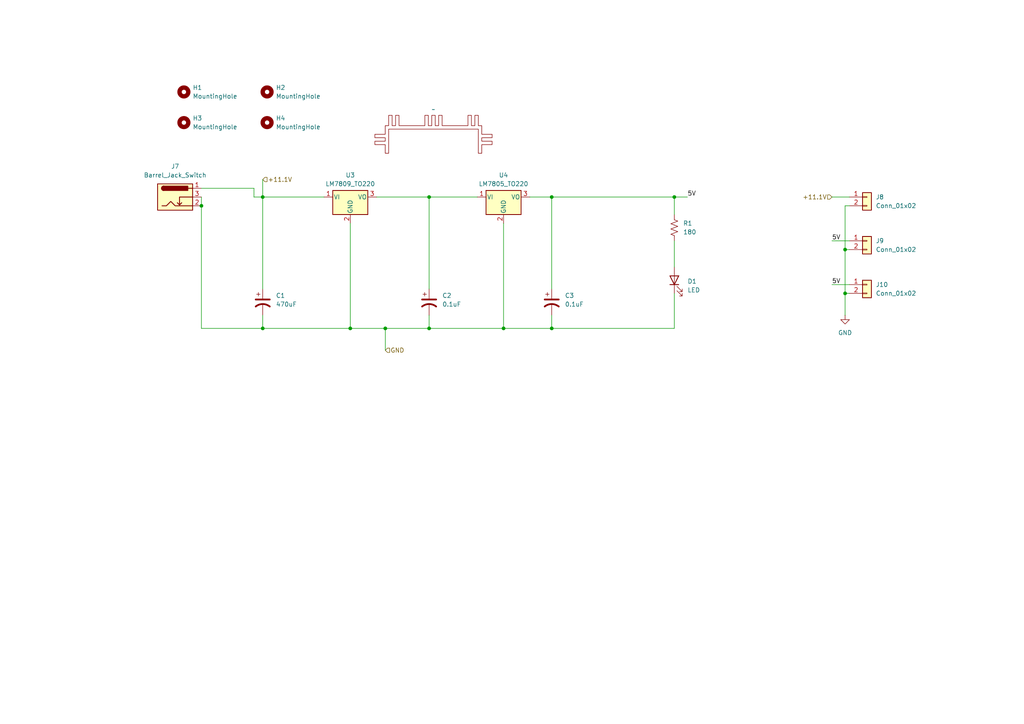
<source format=kicad_sch>
(kicad_sch (version 20250114) (generator "eeschema") (generator_version "9.0")
  (paper "A4")
  (title_block (title "Motor Driver + Powerboard") (date "2025-07-29") (rev "1.4") (company "Arnold Joseph C. Najera Jr."))
  (lib_symbols
    (symbol "Connector:Barrel_Jack_Switch" (pin_names (hide yes))
      (property "Reference" "J" (at 0 5.334 0))
      (property "Value" "Barrel_Jack_Switch" (at 0 -5.08 0))
      (symbol "Barrel_Jack_Switch_0_1"
        (rectangle (start -5.08 3.81) (end 5.08 -3.81) (stroke (width 0.254)) (fill (type background)))
        (polyline (pts (xy -3.81 -2.54) (xy -2.54 -2.54) (xy -1.27 -1.27) (xy 0 -2.54) (xy 2.54 -2.54) (xy 5.08 -2.54)) (stroke (width 0.254)))
        (arc (start -3.302 1.905) (mid -3.9343 2.54) (end -3.302 3.175) (stroke (width 0.254)))
        (arc (start -3.302 1.905) (mid -3.9343 2.54) (end -3.302 3.175) (stroke (width 0.254)) (fill (type outline)))
        (polyline (pts (xy 1.27 -2.286) (xy 1.905 -1.651)) (stroke (width 0.254)))
        (rectangle (start 3.683 3.175) (end -3.302 1.905) (stroke (width 0.254)) (fill (type outline)))
        (polyline (pts (xy 5.08 2.54) (xy 3.81 2.54)) (stroke (width 0.254)))
        (polyline (pts (xy 5.08 0) (xy 1.27 0) (xy 1.27 -2.286) (xy 0.635 -1.651)) (stroke (width 0.254)))
      )
      (symbol "Barrel_Jack_Switch_1_1"
        (pin passive line (at 7.62 2.54 180) (length 2.54) (name "~") (number "1"))
        (pin passive line (at 7.62 0 180) (length 2.54) (name "~") (number "3"))
        (pin passive line (at 7.62 -2.54 180) (length 2.54) (name "~") (number "2"))
      )
    )
    (symbol "Connector_Generic:Conn_01x02" (pin_names (offset 1.016) (hide yes))
      (property "Reference" "J" (at 0 2.54 0))
      (property "Value" "Conn_01x02" (at 0 -5.08 0))
      (symbol "Conn_01x02_1_1"
        (rectangle (start -1.27 1.27) (end 1.27 -3.81) (stroke (width 0.254)) (fill (type background)))
        (rectangle (start -1.27 0.127) (end 0 -0.127) (stroke (width 0.1524)))
        (rectangle (start -1.27 -2.413) (end 0 -2.667) (stroke (width 0.1524)))
        (pin passive line (at -5.08 0 0) (length 3.81) (name "Pin_1") (number "1"))
        (pin passive line (at -5.08 -2.54 0) (length 3.81) (name "Pin_2") (number "2"))
      )
    )
    (symbol "Device:C_Polarized_US" (pin_numbers (hide yes)) (pin_names (offset 0.254) (hide yes))
      (property "Reference" "C" (at 0.635 2.54 0))
      (property "Value" "C_Polarized_US" (at 0.635 -2.54 0))
      (symbol "C_Polarized_US_0_1"
        (polyline (pts (xy -2.032 0.762) (xy 2.032 0.762)) (stroke (width 0.508)))
        (polyline (pts (xy -1.778 2.286) (xy -0.762 2.286)))
        (polyline (pts (xy -1.27 1.778) (xy -1.27 2.794)))
        (arc (start -2.032 -1.27) (mid 0 -0.5572) (end 2.032 -1.27) (stroke (width 0.508)))
      )
      (symbol "C_Polarized_US_1_1"
        (pin passive line (at 0 3.81 270) (length 2.794) (name "~") (number "1"))
        (pin passive line (at 0 -3.81 90) (length 3.302) (name "~") (number "2"))
      )
    )
    (symbol "Device:LED" (pin_numbers (hide yes)) (pin_names (offset 1.016) (hide yes))
      (property "Reference" "D" (at 0 2.54 0))
      (property "Value" "LED" (at 0 -2.54 0))
      (symbol "LED_0_1"
        (polyline (pts (xy -3.048 -0.762) (xy -4.572 -2.286) (xy -3.81 -2.286) (xy -4.572 -2.286) (xy -4.572 -1.524)))
        (polyline (pts (xy -1.778 -0.762) (xy -3.302 -2.286) (xy -2.54 -2.286) (xy -3.302 -2.286) (xy -3.302 -1.524)))
        (polyline (pts (xy -1.27 0) (xy 1.27 0)))
        (polyline (pts (xy -1.27 -1.27) (xy -1.27 1.27)) (stroke (width 0.254)))
        (polyline (pts (xy 1.27 -1.27) (xy 1.27 1.27) (xy -1.27 0) (xy 1.27 -1.27)) (stroke (width 0.254)))
      )
      (symbol "LED_1_1"
        (pin passive line (at -3.81 0 0) (length 2.54) (name "K") (number "1"))
        (pin passive line (at 3.81 0 180) (length 2.54) (name "A") (number "2"))
      )
    )
    (symbol "Device:R_US" (pin_numbers (hide yes)) (pin_names (offset 0))
      (property "Reference" "R" (at 2.54 0 90))
      (property "Value" "R_US" (at -2.54 0 90))
      (symbol "R_US_0_1"
        (polyline (pts (xy 0 2.286) (xy 0 2.54)))
        (polyline (pts (xy 0 2.286) (xy 1.016 1.905) (xy 0 1.524) (xy -1.016 1.143) (xy 0 0.762)))
        (polyline (pts (xy 0 0.762) (xy 1.016 0.381) (xy 0 0) (xy -1.016 -0.381) (xy 0 -0.762)))
        (polyline (pts (xy 0 -0.762) (xy 1.016 -1.143) (xy 0 -1.524) (xy -1.016 -1.905) (xy 0 -2.286)))
        (polyline (pts (xy 0 -2.286) (xy 0 -2.54)))
      )
      (symbol "R_US_1_1"
        (pin passive line (at 0 3.81 270) (length 1.27) (name "~") (number "1"))
        (pin passive line (at 0 -3.81 90) (length 1.27) (name "~") (number "2"))
      )
    )
    (symbol "Mechanical:MountingHole" (pin_names (offset 1.016)) (in_bom no)
      (property "Reference" "H" (at 0 5.08 0))
      (property "Value" "MountingHole" (at 0 3.175 0))
      (symbol "MountingHole_0_1"
        (circle (center 0 0) (radius 1.27) (stroke (width 1.27)))
      )
    )
    (symbol "Regulator_Linear:LM7805_TO220" (pin_names (offset 0.254))
      (property "Reference" "U" (at -3.81 3.175 0))
      (property "Value" "LM7805_TO220" (at 0 3.175 0))
      (symbol "LM7805_TO220_0_1"
        (rectangle (start -5.08 1.905) (end 5.08 -5.08) (stroke (width 0.254)) (fill (type background)))
      )
      (symbol "LM7805_TO220_1_1"
        (pin power_in line (at -7.62 0 0) (length 2.54) (name "VI") (number "1"))
        (pin power_in line (at 0 -7.62 90) (length 2.54) (name "GND") (number "2"))
        (pin power_out line (at 7.62 0 180) (length 2.54) (name "VO") (number "3"))
      )
    )
    (symbol "Regulator_Linear:LM7809_TO220" (pin_names (offset 0.254))
      (property "Reference" "U" (at -3.81 3.175 0))
      (property "Value" "LM7809_TO220" (at 0 3.175 0))
      (symbol "LM7809_TO220_0_1"
        (rectangle (start -5.08 1.905) (end 5.08 -5.08) (stroke (width 0.254)) (fill (type background)))
      )
      (symbol "LM7809_TO220_1_1"
        (pin power_in line (at -7.62 0 0) (length 2.54) (name "VI") (number "1"))
        (pin power_in line (at 0 -7.62 90) (length 2.54) (name "GND") (number "2"))
        (pin power_out line (at 7.62 0 180) (length 2.54) (name "VO") (number "3"))
      )
    )
    (symbol "TO222 HEATSINK:HEATSINKUS-V"
      (symbol "HEATSINKUS-V_0_1"
        (polyline (pts (xy 14 0) (xy 13 0) (xy 13 7) (xy -13 7) (xy -13 0) (xy -14 0) (xy -14 2.5) (xy -17 2.5) (xy -17 3.5) (xy -14 3.5) (xy -14 4.5) (xy -17 4.5) (xy -17 5.5) (xy -14 5.5) (xy -14 8) (xy -13 8) (xy -13 11) (xy -12 11) (xy -12 8) (xy -11 8) (xy -11 11) (xy -10 11) (xy -10 8) (xy -2.5 8) (xy -2.5 11) (xy -1.5 11) (xy -1.5 8) (xy -0.5 8) (xy -0.5 11) (xy 0.5 11) (xy 0.5 8) (xy 1.5 8) (xy 1.5 11) (xy 2.5 11) (xy 2.5 8) (xy 10 8) (xy 10 11) (xy 11 11) (xy 11 8) (xy 12 8) (xy 12 11) (xy 13 11) (xy 13 8) (xy 14 8) (xy 14 5.5) (xy 17 5.5) (xy 17 4.5) (xy 14 4.5) (xy 14 3.5) (xy 17 3.5) (xy 17 2.5) (xy 14.5 2.5) (xy 14 2.5) (xy 14 0)))
      )
    )
    (symbol "power:GND" (power) (pin_numbers (hide yes)) (pin_names (offset 0) (hide yes))
      (property "Value" "GND" (at 0 -3.81 0))
      (symbol "GND_0_1"
        (polyline (pts (xy 0 0) (xy 0 -1.27) (xy 1.27 -1.27) (xy 0 -2.54) (xy -1.27 -1.27) (xy 0 -1.27)))
      )
      (symbol "GND_1_1"
        (pin power_in line (at 0 0 270) (length 0) (name "~") (number "1"))
      )
    )
  )
  (junction (at 245.11 72.39))
  (junction (at 160.02 57.15))
  (junction (at 124.46 57.15))
  (junction (at 58.42 59.69))
  (junction (at 146.05 95.25))
  (junction (at 160.02 95.25))
  (junction (at 101.6 95.25))
  (junction (at 195.58 57.15))
  (junction (at 76.2 95.25))
  (junction (at 245.11 85.09))
  (junction (at 124.46 95.25))
  (junction (at 76.2 57.15))
  (junction (at 111.76 95.25))
  (wire (pts (xy 101.6 95.25) (xy 111.76 95.25)))
  (wire (pts (xy 111.76 95.25) (xy 111.76 101.6)))
  (wire (pts (xy 76.2 95.25) (xy 101.6 95.25)))
  (wire (pts (xy 109.22 57.15) (xy 124.46 57.15)))
  (wire (pts (xy 241.3 57.15) (xy 246.38 57.15)))
  (wire (pts (xy 76.2 91.44) (xy 76.2 95.25)))
  (wire (pts (xy 76.2 52.07) (xy 76.2 57.15)))
  (wire (pts (xy 124.46 91.44) (xy 124.46 95.25)))
  (wire (pts (xy 245.11 72.39) (xy 245.11 85.09)))
  (wire (pts (xy 160.02 57.15) (xy 160.02 83.82)))
  (wire (pts (xy 124.46 57.15) (xy 124.46 83.82)))
  (wire (pts (xy 146.05 95.25) (xy 160.02 95.25)))
  (wire (pts (xy 58.42 54.61) (xy 73.66 54.61)))
  (wire (pts (xy 160.02 95.25) (xy 195.58 95.25)))
  (wire (pts (xy 76.2 83.82) (xy 76.2 57.15)))
  (wire (pts (xy 195.58 57.15) (xy 199.39 57.15)))
  (wire (pts (xy 58.42 59.69) (xy 58.42 95.25)))
  (wire (pts (xy 160.02 91.44) (xy 160.02 95.25)))
  (wire (pts (xy 146.05 64.77) (xy 146.05 95.25)))
  (wire (pts (xy 101.6 64.77) (xy 101.6 95.25)))
  (wire (pts (xy 245.11 85.09) (xy 246.38 85.09)))
  (wire (pts (xy 76.2 57.15) (xy 93.98 57.15)))
  (wire (pts (xy 73.66 54.61) (xy 73.66 57.15)))
  (wire (pts (xy 246.38 59.69) (xy 245.11 59.69)))
  (wire (pts (xy 124.46 95.25) (xy 146.05 95.25)))
  (wire (pts (xy 195.58 85.09) (xy 195.58 95.25)))
  (wire (pts (xy 195.58 62.23) (xy 195.58 57.15)))
  (wire (pts (xy 111.76 95.25) (xy 124.46 95.25)))
  (wire (pts (xy 245.11 85.09) (xy 245.11 91.44)))
  (wire (pts (xy 245.11 72.39) (xy 246.38 72.39)))
  (wire (pts (xy 195.58 69.85) (xy 195.58 77.47)))
  (wire (pts (xy 58.42 95.25) (xy 76.2 95.25)))
  (wire (pts (xy 124.46 57.15) (xy 138.43 57.15)))
  (wire (pts (xy 73.66 57.15) (xy 76.2 57.15)))
  (wire (pts (xy 241.3 82.55) (xy 246.38 82.55)))
  (wire (pts (xy 160.02 57.15) (xy 153.67 57.15)))
  (wire (pts (xy 58.42 57.15) (xy 58.42 59.69)))
  (wire (pts (xy 195.58 57.15) (xy 160.02 57.15)))
  (wire (pts (xy 245.11 59.69) (xy 245.11 72.39)))
  (wire (pts (xy 241.3 69.85) (xy 246.38 69.85)))
  (label "5V" (at 241.3 82.55 0))
  (label "5V" (at 199.39 57.15 0))
  (label "5V" (at 241.3 69.85 0))
  (hierarchical_label "GND" (shape input) (at 111.76 101.6 0))
  (hierarchical_label "+11.1V" (shape input) (at 241.3 57.15 180))
  (hierarchical_label "+11.1V" (shape input) (at 76.2 52.07 0))
  (symbol (lib_id "Regulator_Linear:LM7809_TO220") (at 101.6 57.15 0) (unit 1)
    (property "Reference" "U3" (at 101.6 50.8 0))
    (property "Value" "LM7809_TO220" (at 101.6 53.34 0))
    (property "Footprint" "Package_TO_SOT_THT:TO-220-3_Vertical" (effects (hide yes)))
    (property "Datasheet" "https://www.onsemi.cn/PowerSolutions/document/MC7800-D.PDF" (effects (hide yes)))
    (property "Description" "Positive 1A 35V Linear Regulator, Fixed Output 9V, TO-220" (effects (hide yes)))
  )
  (symbol (lib_id "Mechanical:MountingHole") (at 77.47 35.56 0) (unit 1) (in_bom no)
    (property "Reference" "H4" (at 80.01 34.2899 0) (effects (justify left)))
    (property "Value" "MountingHole" (at 80.01 36.8299 0) (effects (justify left)))
    (property "Footprint" "MountingHole:MountingHole_3.2mm_M3" (effects (hide yes)))
    (property "Description" "Mounting Hole without connection" (effects (hide yes)))
  )
  (symbol (lib_id "Mechanical:MountingHole") (at 77.47 26.67 0) (unit 1) (in_bom no)
    (property "Reference" "H2" (at 80.01 25.3999 0) (effects (justify left)))
    (property "Value" "MountingHole" (at 80.01 27.9399 0) (effects (justify left)))
    (property "Footprint" "MountingHole:MountingHole_3.2mm_M3" (effects (hide yes)))
    (property "Description" "Mounting Hole without connection" (effects (hide yes)))
  )
  (symbol (lib_id "Device:C_Polarized_US") (at 76.2 87.63 0) (unit 1)
    (property "Reference" "C1" (at 80.01 85.7249 0) (effects (justify left)))
    (property "Value" "470uF" (at 80.01 88.2649 0) (effects (justify left)))
    (property "Footprint" "Capacitor_THT:CP_Axial_L10.0mm_D4.5mm_P15.00mm_Horizontal" (effects (hide yes)))
    (property "Description" "Polarized capacitor, US symbol" (effects (hide yes)))
  )
  (symbol (lib_id "TO222 HEATSINK:HEATSINKUS-V") (at 125.73 44.45 0) (unit 1)
    (property "Reference" "U5" (effects (hide yes)))
    (property "Value" "~" (at 125.73 31.75 0))
    (property "Footprint" "MyLibrary:HEATSINKUS-V" (effects (hide yes)))
  )
  (symbol (lib_id "Connector:Barrel_Jack_Switch") (at 50.8 57.15 0) (unit 1)
    (property "Reference" "J7" (at 50.8 48.26 0))
    (property "Value" "Barrel_Jack_Switch" (at 50.8 50.8 0))
    (property "Footprint" "Connector_BarrelJack:BarrelJack_Horizontal" (effects (hide yes)))
    (property "Description" "DC Barrel Jack with an internal switch" (effects (hide yes)))
  )
  (symbol (lib_id "Device:C_Polarized_US") (at 124.46 87.63 0) (unit 1)
    (property "Reference" "C2" (at 128.27 85.7249 0) (effects (justify left)))
    (property "Value" "0.1uF" (at 128.27 88.2649 0) (effects (justify left)))
    (property "Footprint" "Capacitor_THT:CP_Axial_L10.0mm_D4.5mm_P15.00mm_Horizontal" (effects (hide yes)))
    (property "Description" "Polarized capacitor, US symbol" (effects (hide yes)))
  )
  (symbol (lib_id "Regulator_Linear:LM7805_TO220") (at 146.05 57.15 0) (unit 1)
    (property "Reference" "U4" (at 146.05 50.8 0))
    (property "Value" "LM7805_TO220" (at 146.05 53.34 0))
    (property "Footprint" "Package_TO_SOT_THT:TO-220-3_Vertical" (effects (hide yes)))
    (property "Datasheet" "https://www.onsemi.cn/PowerSolutions/document/MC7800-D.PDF" (effects (hide yes)))
    (property "Description" "Positive 1A 35V Linear Regulator, Fixed Output 5V, TO-220" (effects (hide yes)))
  )
  (symbol (lib_id "Mechanical:MountingHole") (at 53.34 26.67 0) (unit 1) (in_bom no)
    (property "Reference" "H1" (at 55.88 25.3999 0) (effects (justify left)))
    (property "Value" "MountingHole" (at 55.88 27.9399 0) (effects (justify left)))
    (property "Footprint" "MountingHole:MountingHole_3.2mm_M3" (effects (hide yes)))
    (property "Description" "Mounting Hole without connection" (effects (hide yes)))
  )
  (symbol (lib_id "Connector_Generic:Conn_01x02") (at 251.46 69.85 0) (unit 1)
    (property "Reference" "J9" (at 254 69.8499 0) (effects (justify left)))
    (property "Value" "Conn_01x02" (at 254 72.3899 0) (effects (justify left)))
    (property "Footprint" "Connector_PinSocket_2.54mm:PinSocket_1x02_P2.54mm_Vertical" (effects (hide yes)))
    (property "Description" "Generic connector, single row, 01x02, script generated (kicad-library-utils/schlib/autogen/connector/)" (effects (hide yes)))
  )
  (symbol (lib_id "Device:R_US") (at 195.58 66.04 0) (unit 1)
    (property "Reference" "R1" (at 198.12 64.7699 0) (effects (justify left)))
    (property "Value" "180" (at 198.12 67.3099 0) (effects (justify left)))
    (property "Footprint" "Resistor_THT:R_Axial_DIN0204_L3.6mm_D1.6mm_P1.90mm_Vertical" (effects (hide yes)))
    (property "Description" "Resistor, US symbol" (effects (hide yes)))
  )
  (symbol (lib_id "Connector_Generic:Conn_01x02") (at 251.46 57.15 0) (unit 1)
    (property "Reference" "J8" (at 254 57.1499 0) (effects (justify left)))
    (property "Value" "Conn_01x02" (at 254 59.6899 0) (effects (justify left)))
    (property "Footprint" "Connector_PinSocket_2.54mm:PinSocket_1x02_P2.54mm_Vertical" (effects (hide yes)))
    (property "Description" "Generic connector, single row, 01x02, script generated (kicad-library-utils/schlib/autogen/connector/)" (effects (hide yes)))
  )
  (symbol (lib_id "Mechanical:MountingHole") (at 53.34 35.56 0) (unit 1) (in_bom no)
    (property "Reference" "H3" (at 55.88 34.2899 0) (effects (justify left)))
    (property "Value" "MountingHole" (at 55.88 36.8299 0) (effects (justify left)))
    (property "Footprint" "MountingHole:MountingHole_3.2mm_M3" (effects (hide yes)))
    (property "Description" "Mounting Hole without connection" (effects (hide yes)))
  )
  (symbol (lib_id "Device:C_Polarized_US") (at 160.02 87.63 0) (unit 1)
    (property "Reference" "C3" (at 163.83 85.7249 0) (effects (justify left)))
    (property "Value" "0.1uF" (at 163.83 88.2649 0) (effects (justify left)))
    (property "Footprint" "Capacitor_THT:CP_Axial_L10.0mm_D4.5mm_P15.00mm_Horizontal" (effects (hide yes)))
    (property "Description" "Polarized capacitor, US symbol" (effects (hide yes)))
  )
  (symbol (lib_id "Connector_Generic:Conn_01x02") (at 251.46 82.55 0) (unit 1)
    (property "Reference" "J10" (at 254 82.5499 0) (effects (justify left)))
    (property "Value" "Conn_01x02" (at 254 85.0899 0) (effects (justify left)))
    (property "Footprint" "Connector_PinSocket_2.54mm:PinSocket_1x02_P2.54mm_Vertical" (effects (hide yes)))
    (property "Description" "Generic connector, single row, 01x02, script generated (kicad-library-utils/schlib/autogen/connector/)" (effects (hide yes)))
  )
  (symbol (lib_id "Device:LED") (at 195.58 81.28 90) (unit 1)
    (property "Reference" "D1" (at 199.39 81.5974 90) (effects (justify right)))
    (property "Value" "LED" (at 199.39 84.1374 90) (effects (justify right)))
    (property "Footprint" "LED_THT:LED_D1.8mm_W1.8mm_H2.4mm_Horizontal_O1.27mm_Z1.6mm" (effects (hide yes)))
    (property "Description" "Light emitting diode" (effects (hide yes)))
    (property "Sim.Pins" "1=K 2=A" (effects (hide yes)))
  )
  (symbol (lib_id "power:GND") (at 245.11 91.44 0) (unit 1)
    (property "Reference" "#PWR01" (effects (hide yes)))
    (property "Value" "GND" (at 245.11 96.52 0))
    (property "Description" "Power symbol creates a global label with name \"GND\" , ground" (effects (hide yes)))
  )
)
</source>
